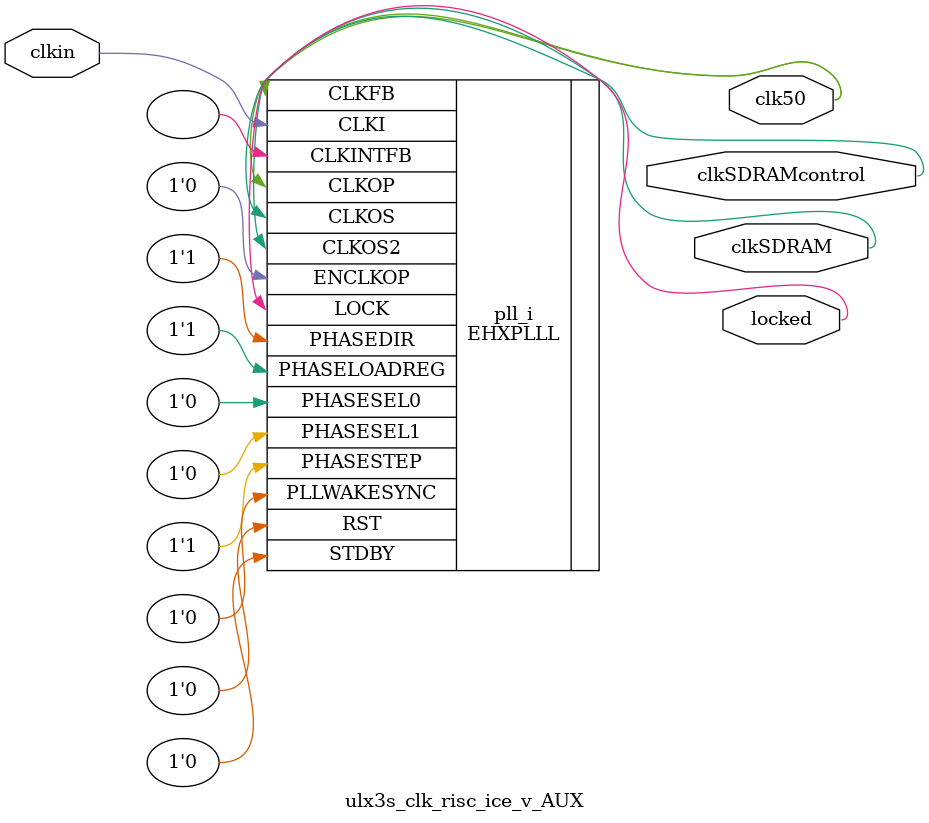
<source format=v>
module ulx3s_clk_risc_ice_v_AUX
(
    input   clkin,              // 25 MHz, 0 deg
    output  clk50,
    output  clkSDRAM,           // 100 MHz, 0 deg       // SDRAM
    output  clkSDRAMcontrol,    // 100 MHz, 180 deg     // SDRAM controller
    output  locked
);
(* FREQUENCY_PIN_CLKI="25" *)
(* FREQUENCY_PIN_CLKOP="50" *)
(* FREQUENCY_PIN_CLKOS="25" *)
(* ICP_CURRENT="12" *) (* LPF_RESISTOR="8" *) (* MFG_ENABLE_FILTEROPAMP="1" *) (* MFG_GMCREF_SEL="2" *)
EHXPLLL #(
        .PLLRST_ENA("DISABLED"),
        .INTFB_WAKE("DISABLED"),
        .STDBY_ENABLE("DISABLED"),
        .DPHASE_SOURCE("DISABLED"),
        .OUTDIVIDER_MUXA("DIVA"),
        .OUTDIVIDER_MUXB("DIVB"),
        .OUTDIVIDER_MUXC("DIVC"),
        .OUTDIVIDER_MUXD("DIVD"),
        .CLKI_DIV(1),
        .CLKOP_ENABLE("ENABLED"),
        .CLKOP_DIV(12),
        .CLKOP_CPHASE(5),
        .CLKOP_FPHASE(0),
        .CLKOS_ENABLE("ENABLED"),
        .CLKOS_DIV(6),
        .CLKOS_CPHASE(8),
        .CLKOS_FPHASE(0),
        .CLKOS2_ENABLE("ENABLED"),
        .CLKOS2_DIV(6),
        .CLKOS2_CPHASE(5),
        .CLKOS2_FPHASE(0),
        .FEEDBK_PATH("CLKOP"),
        .CLKFB_DIV(2)
    ) pll_i (
        .RST(1'b0),
        .STDBY(1'b0),
        .CLKI(clkin),
        .CLKOP(clk50),
        .CLKOS(clkSDRAMcontrol),
        .CLKOS2(clkSDRAM),
        .CLKFB(clk50),
        .CLKINTFB(),
        .PHASESEL0(1'b0),
        .PHASESEL1(1'b0),
        .PHASEDIR(1'b1),
        .PHASESTEP(1'b1),
        .PHASELOADREG(1'b1),
        .PLLWAKESYNC(1'b0),
        .ENCLKOP(1'b0),
        .LOCK(locked)
	);
endmodule

</source>
